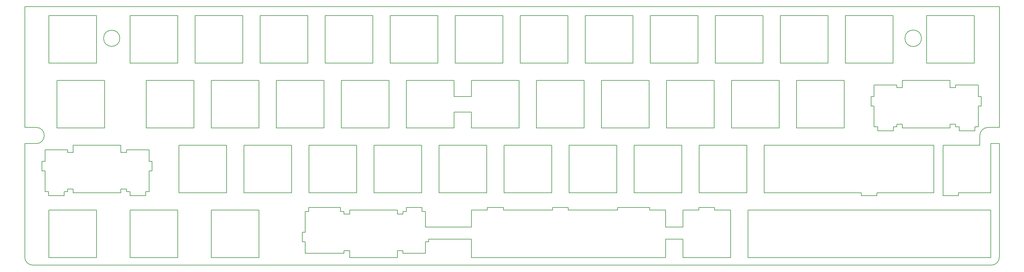
<source format=gbr>
G04 #@! TF.GenerationSoftware,KiCad,Pcbnew,(5.1.10-1-10_14)*
G04 #@! TF.CreationDate,2021-08-12T18:49:54+02:00*
G04 #@! TF.ProjectId,plate,706c6174-652e-46b6-9963-61645f706362,1*
G04 #@! TF.SameCoordinates,Original*
G04 #@! TF.FileFunction,Profile,NP*
%FSLAX46Y46*%
G04 Gerber Fmt 4.6, Leading zero omitted, Abs format (unit mm)*
G04 Created by KiCad (PCBNEW (5.1.10-1-10_14)) date 2021-08-12 18:49:54*
%MOMM*%
%LPD*%
G01*
G04 APERTURE LIST*
G04 #@! TA.AperFunction,Profile*
%ADD10C,0.200000*%
G04 #@! TD*
G04 APERTURE END LIST*
D10*
X197326725Y-135761225D02*
X197326725Y-140493750D01*
X192245725Y-135761225D02*
X192245725Y-140493750D01*
X192245725Y-140493750D02*
X197326725Y-140493750D01*
X192245725Y-145038575D02*
X197326725Y-145038575D01*
X197326725Y-182403750D02*
X197326725Y-187831525D01*
X183857725Y-178831875D02*
X197326725Y-178831875D01*
X184721725Y-182403750D02*
X197326725Y-182403750D01*
X206692500Y-173861524D02*
X221043725Y-173860525D01*
X197326725Y-173861524D02*
X201930000Y-173861524D01*
X201930000Y-173073525D02*
X206692500Y-173073525D01*
X206692500Y-173073525D02*
X206692500Y-173861524D01*
X201930000Y-173073525D02*
X201930000Y-173861524D01*
X346233750Y-151923750D02*
X346233750Y-154811525D01*
X335438725Y-154811525D02*
X346233750Y-154811525D01*
X346233750Y-151923750D02*
G75*
G02*
X348615000Y-149542500I2381250J0D01*
G01*
X349408725Y-154305000D02*
X351948750Y-154305000D01*
X349408725Y-168781525D02*
X349408725Y-154305000D01*
X259238725Y-182403750D02*
X254158725Y-182403750D01*
X254158725Y-178831875D02*
X259238725Y-178831875D01*
X254158725Y-173861524D02*
X254158725Y-178831875D01*
X254158725Y-187831525D02*
X254158725Y-182403750D01*
X259238725Y-187831525D02*
X259238725Y-182403750D01*
X259238725Y-173861524D02*
X259238725Y-178831875D01*
X351948750Y-187642500D02*
X351948750Y-154305000D01*
X351948750Y-114061875D02*
X351948750Y-149542500D01*
X351948750Y-149542500D02*
X348615000Y-149542500D01*
X329135908Y-123348750D02*
G75*
G03*
X329135908Y-123348750I-2428408J0D01*
G01*
X94297500Y-123348750D02*
G75*
G03*
X94297500Y-123348750I-2381250J0D01*
G01*
X69770625Y-149542500D02*
G75*
G02*
X69770625Y-154305000I0J-2381250D01*
G01*
X66436875Y-154305000D02*
X69770625Y-154305000D01*
X66436875Y-187642500D02*
X66436875Y-154305000D01*
X66436875Y-149542500D02*
X69770625Y-149542500D01*
X66436875Y-114061875D02*
X66436875Y-149542500D01*
X158940725Y-173073525D02*
X149637725Y-173073525D01*
X349567500Y-190023750D02*
X68818125Y-190023750D01*
X66436875Y-114061875D02*
X351948750Y-114061875D01*
X240093725Y-173860525D02*
X225615725Y-173860525D01*
X221043725Y-173073525D02*
X221043725Y-173860525D01*
X225615725Y-173073525D02*
X225615725Y-173860525D01*
X254158725Y-173861524D02*
X249491725Y-173860525D01*
X197326725Y-187831525D02*
X254158725Y-187831525D01*
X249491725Y-173073525D02*
X240093725Y-173073525D01*
X263937725Y-173074524D02*
X268509725Y-173074524D01*
X221043725Y-173073525D02*
X225615725Y-173073525D01*
X159981725Y-186535525D02*
X148596325Y-186535525D01*
X175577725Y-185723525D02*
X175577725Y-187831525D01*
X161607725Y-187831525D02*
X161607725Y-185723525D01*
X161607725Y-185723525D02*
X159981725Y-185723525D01*
X159981725Y-185723525D02*
X159981725Y-186535525D01*
X158940725Y-173073525D02*
X158940725Y-174242524D01*
X158940725Y-174242524D02*
X159981725Y-174242524D01*
X159981725Y-174242524D02*
X159981725Y-175029525D01*
X159981725Y-175029525D02*
X161607725Y-175029525D01*
X161607725Y-175029525D02*
X161607725Y-173861524D01*
X161607725Y-173861524D02*
X175577725Y-173861524D01*
X175577725Y-173861524D02*
X175577725Y-175029525D01*
X175577725Y-175029525D02*
X177202725Y-175029525D01*
X177202725Y-175029525D02*
X177202725Y-174242524D01*
X177202725Y-174242524D02*
X178244725Y-174242524D01*
X178244725Y-174242524D02*
X178244725Y-173073525D01*
X178244725Y-173073525D02*
X182816725Y-173073525D01*
X182816725Y-173073525D02*
X182816725Y-174242524D01*
X182816725Y-174242524D02*
X183857725Y-174242524D01*
X183857725Y-174242524D02*
X183857725Y-178831875D01*
X184721725Y-182403750D02*
X184721725Y-183132525D01*
X184721725Y-183132525D02*
X183857725Y-183132525D01*
X183857725Y-183132525D02*
X183857725Y-186535525D01*
X183857725Y-186535525D02*
X177202725Y-186535525D01*
X177202725Y-186535525D02*
X177202725Y-185723525D01*
X177202725Y-185723525D02*
X175577725Y-185723525D01*
X148596325Y-186535525D02*
X148596325Y-183132525D01*
X148596325Y-183132525D02*
X147732725Y-183132525D01*
X147732725Y-183132525D02*
X147732725Y-180338525D01*
X147732725Y-180338525D02*
X148596325Y-180338525D01*
X148596325Y-180338525D02*
X148596325Y-174242524D01*
X148596325Y-174242524D02*
X149637725Y-174242524D01*
X149637725Y-174242524D02*
X149637725Y-173073525D01*
X175577725Y-187831525D02*
X161607725Y-187831525D01*
X263937725Y-173861524D02*
X259238725Y-173861524D01*
X278288725Y-173861524D02*
X349408725Y-173861524D01*
X73501225Y-116711325D02*
X87471225Y-116711325D01*
X283050725Y-154811525D02*
X332739725Y-154811525D01*
X332739725Y-154811525D02*
X332739725Y-168781525D01*
X339978725Y-168781525D02*
X339978725Y-169568525D01*
X339978725Y-169568525D02*
X335438725Y-169568525D01*
X268509725Y-173074524D02*
X268509725Y-173861524D01*
X263937725Y-173861524D02*
X263937725Y-173074524D01*
X97313725Y-116711325D02*
X111283725Y-116711325D01*
X111283725Y-116711325D02*
X111283725Y-130681325D01*
X111283725Y-130681325D02*
X97313725Y-130681325D01*
X97313725Y-130681325D02*
X97313725Y-116711325D01*
X97313725Y-173861524D02*
X111283725Y-173861524D01*
X111283725Y-173861524D02*
X111283725Y-187831525D01*
X111283725Y-187831525D02*
X97313725Y-187831525D01*
X97313725Y-187831525D02*
X97313725Y-173861524D01*
X102076225Y-135761225D02*
X116046225Y-135761225D01*
X116046225Y-135761225D02*
X116046225Y-149731525D01*
X116046225Y-149731525D02*
X102076225Y-149731525D01*
X102076225Y-149731525D02*
X102076225Y-135761225D01*
X121126225Y-135761225D02*
X135096225Y-135761225D01*
X135096225Y-135761225D02*
X135096225Y-149731525D01*
X135096225Y-149731525D02*
X121126225Y-149731525D01*
X121126225Y-149731525D02*
X121126225Y-135761225D01*
X111601225Y-154811525D02*
X125571225Y-154811525D01*
X125571225Y-154811525D02*
X125571225Y-168781525D01*
X125571225Y-168781525D02*
X111601225Y-168781525D01*
X111601225Y-168781525D02*
X111601225Y-154811525D01*
X130651225Y-154811525D02*
X144621225Y-154811525D01*
X144621225Y-154811525D02*
X144621225Y-168781525D01*
X144621225Y-168781525D02*
X130651225Y-168781525D01*
X130651225Y-168781525D02*
X130651225Y-154811525D01*
X135413725Y-116711325D02*
X149383725Y-116711325D01*
X149383725Y-116711325D02*
X149383725Y-130681225D01*
X149383725Y-130681225D02*
X135413725Y-130681225D01*
X135413725Y-130681225D02*
X135413725Y-116711325D01*
X154463725Y-116711325D02*
X168433725Y-116711325D01*
X168433725Y-116711325D02*
X168433725Y-130681225D01*
X168433725Y-130681225D02*
X154463725Y-130681225D01*
X154463725Y-130681225D02*
X154463725Y-116711325D01*
X140176225Y-135761225D02*
X154146225Y-135761225D01*
X154146225Y-135761225D02*
X154146225Y-149731525D01*
X154146225Y-149731525D02*
X140176225Y-149731525D01*
X240093725Y-173860525D02*
X240093725Y-173073525D01*
X249491725Y-173073525D02*
X249491725Y-173860525D01*
X337502725Y-137869425D02*
X339127725Y-137869425D01*
X337502725Y-135761225D02*
X337502725Y-137869425D01*
X323532724Y-135761225D02*
X337502725Y-135761225D01*
X344741725Y-149350525D02*
X344741725Y-150518525D01*
X345782725Y-149350525D02*
X344741725Y-149350525D01*
X345782725Y-143254525D02*
X345782725Y-149350525D01*
X346646725Y-143254525D02*
X345782725Y-143254525D01*
X346646725Y-140460525D02*
X346646725Y-143254525D01*
X345782725Y-140460525D02*
X346646725Y-140460525D01*
X345782725Y-137056625D02*
X345782725Y-140460525D01*
X339127725Y-137056625D02*
X345782725Y-137056625D01*
X339127725Y-137869425D02*
X339127725Y-137056625D01*
X323532724Y-148562525D02*
X321906725Y-148562525D01*
X323532724Y-149731525D02*
X323532724Y-148562525D01*
X337502725Y-149731525D02*
X323532724Y-149731525D01*
X337502725Y-148562525D02*
X337502725Y-149731525D01*
X339127725Y-148562525D02*
X337502725Y-148562525D01*
X339127725Y-149350525D02*
X339127725Y-148562525D01*
X340169725Y-149350525D02*
X339127725Y-149350525D01*
X340169725Y-150518525D02*
X340169725Y-149350525D01*
X344741725Y-150518525D02*
X340169725Y-150518525D01*
X197326725Y-178831875D02*
X197326725Y-173861524D01*
X273208725Y-173861524D02*
X268509725Y-173861524D01*
X273208725Y-173861524D02*
X273208725Y-187831525D01*
X259238725Y-187831525D02*
X273208725Y-187831525D01*
X68818125Y-190023750D02*
G75*
G02*
X66436875Y-187642500I0J2381250D01*
G01*
X351948750Y-187642500D02*
G75*
G02*
X349567500Y-190023750I-2381250J0D01*
G01*
X140176225Y-149731525D02*
X140176225Y-135761225D01*
X159225725Y-135761225D02*
X173195725Y-135761225D01*
X173195725Y-135761225D02*
X173195725Y-149731525D01*
X173195725Y-149731525D02*
X159225725Y-149731525D01*
X159225725Y-149731525D02*
X159225725Y-135761225D01*
X149701225Y-154811525D02*
X163670725Y-154811525D01*
X163670725Y-154811525D02*
X163670725Y-168781525D01*
X163670725Y-168781525D02*
X149701225Y-168781525D01*
X149701225Y-168781525D02*
X149701225Y-154811525D01*
X173513725Y-116711325D02*
X187483725Y-116711325D01*
X187483725Y-116711325D02*
X187483725Y-130681225D01*
X187483725Y-130681225D02*
X173513725Y-130681225D01*
X173513725Y-130681225D02*
X173513725Y-116711325D01*
X192563725Y-116711325D02*
X206533725Y-116711325D01*
X206533725Y-116711325D02*
X206533725Y-130681225D01*
X206533725Y-130681225D02*
X192563725Y-130681225D01*
X192563725Y-130681225D02*
X192563725Y-116711325D01*
X178275725Y-135761225D02*
X192245725Y-135761225D01*
X192245725Y-145038575D02*
X192245725Y-149731525D01*
X192245725Y-149731525D02*
X178275725Y-149731525D01*
X178275725Y-149731525D02*
X178275725Y-135761225D01*
X197326725Y-135761225D02*
X211296725Y-135761225D01*
X211296725Y-135761225D02*
X211296725Y-149731525D01*
X211296725Y-149731525D02*
X197326725Y-149731525D01*
X197326725Y-149731525D02*
X197326725Y-145038575D01*
X168751725Y-154811525D02*
X182720725Y-154811525D01*
X182720725Y-154811525D02*
X182720725Y-168781525D01*
X182720725Y-168781525D02*
X168751725Y-168781525D01*
X168751725Y-168781525D02*
X168751725Y-154811525D01*
X187800725Y-154811525D02*
X201770725Y-154811525D01*
X201770725Y-154811525D02*
X201770725Y-168781525D01*
X201770725Y-168781525D02*
X187800725Y-168781525D01*
X187800725Y-168781525D02*
X187800725Y-154811525D01*
X211613725Y-116711325D02*
X225583725Y-116711325D01*
X225583725Y-116711325D02*
X225583725Y-130681225D01*
X225583725Y-130681225D02*
X211613725Y-130681225D01*
X211613725Y-130681225D02*
X211613725Y-116711325D01*
X230663725Y-116711325D02*
X244633725Y-116711325D01*
X244633725Y-116711325D02*
X244633725Y-130681225D01*
X244633725Y-130681225D02*
X230663725Y-130681225D01*
X230663725Y-130681225D02*
X230663725Y-116711325D01*
X216375725Y-135761225D02*
X230345725Y-135761225D01*
X230345725Y-135761225D02*
X230345725Y-149731525D01*
X230345725Y-149731525D02*
X216375725Y-149731525D01*
X216375725Y-149731525D02*
X216375725Y-135761225D01*
X206850725Y-154811525D02*
X220820725Y-154811525D01*
X220820725Y-154811525D02*
X220820725Y-168781525D01*
X220820725Y-168781525D02*
X206850725Y-168781525D01*
X206850725Y-168781525D02*
X206850725Y-154811525D01*
X225900725Y-154811525D02*
X239870725Y-154811525D01*
X239870725Y-154811525D02*
X239870725Y-168781525D01*
X239870725Y-168781525D02*
X225900725Y-168781525D01*
X225900725Y-168781525D02*
X225900725Y-154811525D01*
X249713725Y-116711325D02*
X263683725Y-116711325D01*
X263683725Y-116711325D02*
X263683725Y-130681225D01*
X263683725Y-130681225D02*
X249713725Y-130681225D01*
X249713725Y-130681225D02*
X249713725Y-116711325D01*
X235425725Y-135761225D02*
X249395725Y-135761225D01*
X249395725Y-135761225D02*
X249395725Y-149731525D01*
X249395725Y-149731525D02*
X235425725Y-149731525D01*
X235425725Y-149731525D02*
X235425725Y-135761225D01*
X254475725Y-135761225D02*
X268445725Y-135761225D01*
X268445725Y-135761225D02*
X268445725Y-149731525D01*
X268445725Y-149731525D02*
X254475725Y-149731525D01*
X254475725Y-149731525D02*
X254475725Y-135761225D01*
X244951725Y-154811525D02*
X258921725Y-154811525D01*
X258921725Y-154811525D02*
X258921725Y-168781525D01*
X258921725Y-168781525D02*
X244951725Y-168781525D01*
X244951725Y-168781525D02*
X244951725Y-154811525D01*
X264000725Y-154811525D02*
X277970725Y-154811525D01*
X277970725Y-154811525D02*
X277970725Y-168781525D01*
X277970725Y-168781525D02*
X264000725Y-168781525D01*
X264000725Y-168781525D02*
X264000725Y-154811525D01*
X268763725Y-116711325D02*
X282733725Y-116711325D01*
X282733725Y-116711325D02*
X282733725Y-130681225D01*
X282733725Y-130681225D02*
X268763725Y-130681225D01*
X268763725Y-130681225D02*
X268763725Y-116711325D01*
X287813725Y-116711325D02*
X301783725Y-116711325D01*
X301783725Y-116711325D02*
X301783725Y-130681225D01*
X301783725Y-130681225D02*
X287813725Y-130681225D01*
X287813725Y-130681225D02*
X287813725Y-116711325D01*
X273525725Y-135761225D02*
X287495725Y-135761225D01*
X287495725Y-135761225D02*
X287495725Y-149731525D01*
X287495725Y-149731525D02*
X273525725Y-149731525D01*
X273525725Y-149731525D02*
X273525725Y-135761225D01*
X292576725Y-135761225D02*
X306546725Y-135761225D01*
X306546725Y-135761225D02*
X306546725Y-149731525D01*
X306546725Y-149731525D02*
X292576725Y-149731525D01*
X292576725Y-149731525D02*
X292576725Y-135761225D01*
X311530725Y-168781525D02*
X283050725Y-168781525D01*
X283050725Y-168781525D02*
X283050725Y-154811525D01*
X278288725Y-187831525D02*
X278288725Y-173861524D01*
X306863725Y-116711325D02*
X320833725Y-116711325D01*
X320833725Y-116711325D02*
X320833725Y-130681225D01*
X320833725Y-130681225D02*
X306863725Y-130681225D01*
X306863725Y-130681225D02*
X306863725Y-116711325D01*
X349408725Y-168781525D02*
X339978725Y-168781525D01*
X335438725Y-169568525D02*
X335438725Y-154811525D01*
X349408725Y-173861524D02*
X349408725Y-187831525D01*
X349408725Y-187831525D02*
X278288725Y-187831525D01*
X116363725Y-116711325D02*
X130333725Y-116711325D01*
X130333725Y-116711325D02*
X130333725Y-130681225D01*
X130333725Y-130681225D02*
X116363725Y-130681225D01*
X116363725Y-130681225D02*
X116363725Y-116711325D01*
X73501225Y-130681225D02*
X73501225Y-116711325D01*
X87471225Y-130681225D02*
X73501225Y-130681225D01*
X87471225Y-116711325D02*
X87471225Y-130681225D01*
X330675725Y-130681225D02*
X330675725Y-116711325D01*
X344645725Y-130681225D02*
X330675725Y-130681225D01*
X344645725Y-116711325D02*
X344645725Y-130681225D01*
X330675725Y-116711325D02*
X344645725Y-116711325D01*
X73501225Y-187831525D02*
X73501225Y-173861524D01*
X87471225Y-187831525D02*
X73501225Y-187831525D01*
X87471225Y-173861524D02*
X87471225Y-187831525D01*
X73501225Y-173861524D02*
X87471225Y-173861524D01*
X121126225Y-187831525D02*
X121126225Y-173861524D01*
X135096225Y-187831525D02*
X121126225Y-187831525D01*
X135096225Y-173861524D02*
X135096225Y-187831525D01*
X121126225Y-173861524D02*
X135096225Y-173861524D01*
X75882425Y-149731525D02*
X75882425Y-135761325D01*
X89852525Y-149731525D02*
X75882425Y-149731525D01*
X89852525Y-135761325D02*
X89852525Y-149731525D01*
X75882425Y-135761325D02*
X89852525Y-135761325D01*
X80644925Y-156919525D02*
X80644925Y-154811525D01*
X79019325Y-156919525D02*
X80644925Y-156919525D01*
X79019325Y-156106525D02*
X79019325Y-156919525D01*
X72364525Y-156106525D02*
X79019325Y-156106525D01*
X72364525Y-159510525D02*
X72364525Y-156106525D01*
X71500925Y-159510525D02*
X72364525Y-159510525D01*
X71500925Y-162304525D02*
X71500925Y-159510525D01*
X72364525Y-162304525D02*
X71500925Y-162304525D01*
X72364525Y-168400525D02*
X72364525Y-162304525D01*
X73406024Y-168400525D02*
X72364525Y-168400525D01*
X73406024Y-169568525D02*
X73406024Y-168400525D01*
X77977925Y-169568525D02*
X73406024Y-169568525D01*
X77977925Y-168400525D02*
X77977925Y-169568525D01*
X79019325Y-168400525D02*
X77977925Y-168400525D01*
X79019325Y-167612525D02*
X79019325Y-168400525D01*
X80644925Y-167612525D02*
X79019325Y-167612525D01*
X80644925Y-168781525D02*
X80644925Y-167612525D01*
X94614925Y-168781525D02*
X80644925Y-168781525D01*
X94614925Y-167612525D02*
X94614925Y-168781525D01*
X96240525Y-167612525D02*
X94614925Y-167612525D01*
X96240525Y-168400525D02*
X96240525Y-167612525D01*
X97281925Y-168400525D02*
X96240525Y-168400525D01*
X97281925Y-169568525D02*
X97281925Y-168400525D01*
X101854025Y-169568525D02*
X97281925Y-169568525D01*
X101854025Y-168400525D02*
X101854025Y-169568525D01*
X102895325Y-168400525D02*
X101854025Y-168400525D01*
X102895325Y-162304525D02*
X102895325Y-168400525D01*
X103758925Y-162304525D02*
X102895325Y-162304525D01*
X103758925Y-159510525D02*
X103758925Y-162304525D01*
X102895325Y-159510525D02*
X103758925Y-159510525D01*
X102895325Y-156106525D02*
X102895325Y-159510525D01*
X96240525Y-156106525D02*
X102895325Y-156106525D01*
X96240525Y-156919525D02*
X96240525Y-156106525D01*
X94614925Y-156919525D02*
X96240525Y-156919525D01*
X94614925Y-154811525D02*
X94614925Y-156919525D01*
X80644925Y-154811525D02*
X94614925Y-154811525D01*
X323532724Y-137869425D02*
X323532724Y-135761225D01*
X321906725Y-137869425D02*
X323532724Y-137869425D01*
X321906725Y-137056625D02*
X321906725Y-137869425D01*
X315251724Y-137056625D02*
X321906725Y-137056625D01*
X315251724Y-140460525D02*
X315251724Y-137056625D01*
X314388724Y-140460525D02*
X315251724Y-140460525D01*
X314388724Y-143254525D02*
X314388724Y-140460525D01*
X315251724Y-143254525D02*
X314388724Y-143254525D01*
X315251724Y-149350525D02*
X315251724Y-143254525D01*
X316293725Y-149350525D02*
X315251724Y-149350525D01*
X316293725Y-150518525D02*
X316293725Y-149350525D01*
X320865725Y-150518525D02*
X316293725Y-150518525D01*
X320865725Y-149350525D02*
X320865725Y-150518525D01*
X321906725Y-149350525D02*
X320865725Y-149350525D01*
X321906725Y-148562525D02*
X321906725Y-149350525D01*
X332739725Y-168781525D02*
X316102724Y-168781525D01*
X316102724Y-168781525D02*
X316102724Y-169568525D01*
X316102724Y-169568525D02*
X311530725Y-169568525D01*
X311530725Y-169568525D02*
X311530725Y-168781525D01*
M02*

</source>
